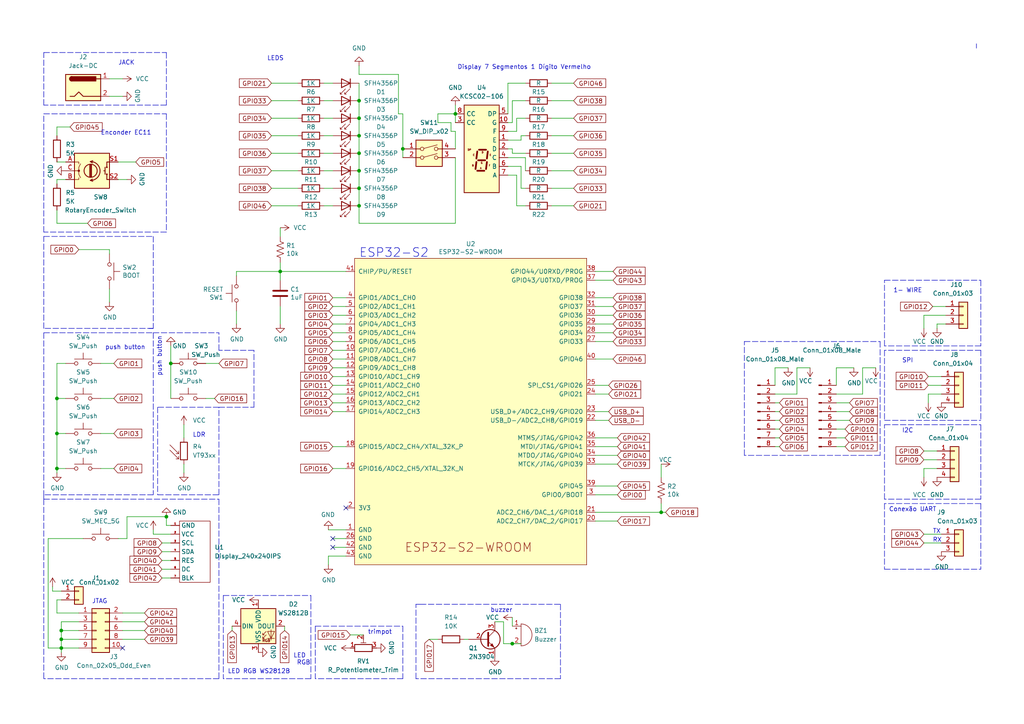
<source format=kicad_sch>
(kicad_sch (version 20211123) (generator eeschema)
  (paper "A4")
  (title_block (title "Kit didático ESP S2 WROOM GRUPO 5") (company "Disciplina: Prototipagem") (comment 1 "Professor: Alexandre Vasconcelos") (comment 2 "Alunos: Lucas Vieira, José Domingos e alexandre Oliveira"))
  (junction (at 17.78 185.42))
  (junction (at 104.14 59.69))
  (junction (at 104.14 29.21))
  (junction (at 81.28 78.74))
  (junction (at 17.78 182.88))
  (junction (at 49.53 105.41))
  (junction (at 16.51 125.73))
  (junction (at 104.14 39.37))
  (junction (at 132.08 33.02))
  (junction (at 191.77 148.59))
  (junction (at 48.26 149.86))
  (junction (at 104.14 49.53))
  (junction (at 116.84 43.18))
  (junction (at 148.59 186.69))
  (junction (at 16.51 135.89))
  (junction (at 104.14 54.61))
  (junction (at 17.78 187.96))
  (junction (at 104.14 34.29))
  (junction (at 16.51 115.57))
  (junction (at 104.14 44.45))
  (no_connect (at 35.56 187.96))
  (no_connect (at 100.33 147.32))
  (no_connect (at 96.52 156.21))
  (no_connect (at 96.52 158.75))
  (wire (pts (xy 269.24 109.22) (xy 273.05 109.22)))
  (wire (pts (xy 151.13 48.26) (xy 151.13 54.61)))
  (wire (pts (xy 16.51 36.83) (xy 20.32 36.83)))
  (wire (pts (xy 17.78 189.23) (xy 17.78 187.96)))
  (wire (pts (xy 22.86 72.39) (xy 31.75 72.39)))
  (wire (pts (xy 104.14 39.37) (xy 104.14 44.45)))
  (wire (pts (xy 36.83 149.86) (xy 48.26 149.86)))
  (wire (pts (xy 224.79 119.38) (xy 226.06 119.38)))
  (polyline (pts (xy 215.9 99.06) (xy 255.27 99.06)))
  (wire (pts (xy 19.05 105.41) (xy 16.51 105.41)))
  (wire (pts (xy 147.32 33.02) (xy 147.32 24.13)))
  (wire (pts (xy 130.81 38.1) (xy 130.81 35.56)))
  (polyline (pts (xy 284.48 81.28) (xy 284.48 100.33)))
  (wire (pts (xy 34.29 52.07) (xy 36.83 52.07)))
  (wire (pts (xy 148.59 35.56) (xy 148.59 29.21)))
  (wire (pts (xy 269.24 111.76) (xy 273.05 111.76)))
  (wire (pts (xy 95.25 161.29) (xy 100.33 161.29)))
  (wire (pts (xy 53.34 134.62) (xy 53.34 137.16)))
  (polyline (pts (xy 12.7 33.02) (xy 48.26 33.02)))
  (wire (pts (xy 104.14 49.53) (xy 104.14 54.61)))
  (wire (pts (xy 93.98 54.61) (xy 96.52 54.61)))
  (wire (pts (xy 93.98 24.13) (xy 96.52 24.13)))
  (polyline (pts (xy 44.45 95.25) (xy 12.7 95.25)))
  (polyline (pts (xy 63.5 118.11) (xy 45.72 118.11)))
  (wire (pts (xy 78.74 54.61) (xy 86.36 54.61)))
  (wire (pts (xy 104.14 29.21) (xy 104.14 34.29)))
  (wire (pts (xy 17.78 185.42) (xy 17.78 182.88)))
  (wire (pts (xy 191.77 148.59) (xy 193.04 148.59)))
  (wire (pts (xy 96.52 111.76) (xy 100.33 111.76)))
  (wire (pts (xy 15.24 171.45) (xy 15.24 170.18)))
  (polyline (pts (xy 255.27 132.08) (xy 215.9 132.08)))
  (wire (pts (xy 146.05 180.34) (xy 146.05 186.69)))
  (polyline (pts (xy 284.48 100.33) (xy 256.54 100.33)))
  (polyline (pts (xy 91.44 181.61) (xy 91.44 196.85)))
  (wire (pts (xy 242.57 129.54) (xy 245.11 129.54)))
  (wire (pts (xy 104.14 44.45) (xy 104.14 49.53)))
  (wire (pts (xy 67.31 182.88) (xy 67.31 181.61)))
  (wire (pts (xy 151.13 39.37) (xy 152.4 39.37)))
  (wire (pts (xy 96.52 156.21) (xy 100.33 156.21)))
  (wire (pts (xy 96.52 135.89) (xy 100.33 135.89)))
  (polyline (pts (xy 12.7 96.52) (xy 12.7 143.51)))
  (wire (pts (xy 33.02 125.73) (xy 29.21 125.73)))
  (wire (pts (xy 224.79 121.92) (xy 226.06 121.92)))
  (wire (pts (xy 191.77 146.05) (xy 191.77 148.59)))
  (wire (pts (xy 46.99 167.64) (xy 49.53 167.64)))
  (wire (pts (xy 267.97 91.44) (xy 267.97 95.25)))
  (wire (pts (xy 16.51 135.89) (xy 19.05 135.89)))
  (wire (pts (xy 147.32 43.18) (xy 148.59 43.18)))
  (wire (pts (xy 130.81 35.56) (xy 127 35.56)))
  (wire (pts (xy 100.33 153.67) (xy 95.25 153.67)))
  (wire (pts (xy 59.69 105.41) (xy 63.5 105.41)))
  (wire (pts (xy 148.59 29.21) (xy 152.4 29.21)))
  (polyline (pts (xy 48.26 33.02) (xy 48.26 67.31)))
  (wire (pts (xy 17.78 180.34) (xy 22.86 180.34)))
  (wire (pts (xy 17.78 187.96) (xy 17.78 185.42)))
  (wire (pts (xy 179.07 143.51) (xy 172.72 143.51)))
  (polyline (pts (xy 63.5 118.11) (xy 73.66 118.11)))
  (wire (pts (xy 172.72 86.36) (xy 177.8 86.36)))
  (wire (pts (xy 172.72 132.08) (xy 179.07 132.08)))
  (wire (pts (xy 31.75 83.82) (xy 31.75 87.63)))
  (wire (pts (xy 172.72 148.59) (xy 191.77 148.59)))
  (wire (pts (xy 59.69 115.57) (xy 62.23 115.57)))
  (wire (pts (xy 53.34 123.19) (xy 53.34 127)))
  (wire (pts (xy 179.07 134.62) (xy 172.72 134.62)))
  (wire (pts (xy 147.32 50.8) (xy 149.86 50.8)))
  (wire (pts (xy 132.08 30.48) (xy 132.08 33.02)))
  (wire (pts (xy 250.19 106.68) (xy 254 106.68)))
  (polyline (pts (xy 63.5 143.51) (xy 63.5 118.11)))
  (polyline (pts (xy 44.45 96.52) (xy 44.45 143.51)))
  (wire (pts (xy 19.05 52.07) (xy 16.51 52.07)))
  (wire (pts (xy 16.51 125.73) (xy 16.51 135.89)))
  (polyline (pts (xy 162.56 196.85) (xy 120.65 196.85)))
  (wire (pts (xy 270.51 88.9) (xy 274.32 88.9)))
  (wire (pts (xy 13.97 156.21) (xy 13.97 187.96)))
  (polyline (pts (xy 120.65 196.85) (xy 120.65 175.26)))
  (polyline (pts (xy 256.54 146.05) (xy 256.54 165.1)))
  (wire (pts (xy 78.74 49.53) (xy 86.36 49.53)))
  (wire (pts (xy 176.53 121.92) (xy 172.72 121.92)))
  (wire (pts (xy 68.58 78.74) (xy 68.58 80.01)))
  (wire (pts (xy 224.79 114.3) (xy 231.14 114.3)))
  (wire (pts (xy 116.84 43.18) (xy 116.84 45.72)))
  (polyline (pts (xy 116.84 196.85) (xy 91.44 196.85)))
  (wire (pts (xy 273.05 154.94) (xy 267.97 154.94)))
  (wire (pts (xy 115.57 33.02) (xy 116.84 33.02)))
  (polyline (pts (xy 45.72 143.51) (xy 63.5 143.51)))
  (wire (pts (xy 148.59 43.18) (xy 148.59 44.45)))
  (wire (pts (xy 242.57 106.68) (xy 247.65 106.68)))
  (wire (pts (xy 224.79 124.46) (xy 226.06 124.46)))
  (wire (pts (xy 242.57 127) (xy 245.11 127)))
  (wire (pts (xy 132.08 38.1) (xy 130.81 38.1)))
  (wire (pts (xy 273.05 157.48) (xy 267.97 157.48)))
  (wire (pts (xy 35.56 180.34) (xy 41.91 180.34)))
  (wire (pts (xy 191.77 134.62) (xy 191.77 138.43)))
  (wire (pts (xy 17.78 187.96) (xy 22.86 187.96)))
  (wire (pts (xy 104.14 64.77) (xy 104.14 59.69)))
  (wire (pts (xy 24.13 156.21) (xy 13.97 156.21)))
  (wire (pts (xy 81.28 66.04) (xy 81.28 68.58)))
  (wire (pts (xy 81.28 76.2) (xy 81.28 78.74)))
  (wire (pts (xy 147.32 35.56) (xy 148.59 35.56)))
  (wire (pts (xy 22.86 177.8) (xy 16.51 177.8)))
  (wire (pts (xy 96.52 96.52) (xy 100.33 96.52)))
  (polyline (pts (xy 120.65 175.26) (xy 121.92 175.26)))
  (wire (pts (xy 81.28 78.74) (xy 81.28 81.28)))
  (wire (pts (xy 104.14 24.13) (xy 104.14 29.21)))
  (wire (pts (xy 160.02 34.29) (xy 166.37 34.29)))
  (wire (pts (xy 160.02 49.53) (xy 166.37 49.53)))
  (wire (pts (xy 96.52 158.75) (xy 100.33 158.75)))
  (wire (pts (xy 224.79 127) (xy 226.06 127)))
  (wire (pts (xy 242.57 121.92) (xy 246.38 121.92)))
  (wire (pts (xy 176.53 114.3) (xy 172.72 114.3)))
  (wire (pts (xy 96.52 109.22) (xy 100.33 109.22)))
  (wire (pts (xy 160.02 24.13) (xy 166.37 24.13)))
  (wire (pts (xy 127 33.02) (xy 132.08 33.02)))
  (wire (pts (xy 134.62 185.42) (xy 135.89 185.42)))
  (polyline (pts (xy 45.72 118.11) (xy 45.72 143.51)))
  (wire (pts (xy 36.83 156.21) (xy 36.83 149.86)))
  (wire (pts (xy 176.53 119.38) (xy 172.72 119.38)))
  (wire (pts (xy 16.51 105.41) (xy 16.51 115.57)))
  (wire (pts (xy 46.99 160.02) (xy 49.53 160.02)))
  (wire (pts (xy 231.14 114.3) (xy 231.14 106.68)))
  (wire (pts (xy 149.86 59.69) (xy 152.4 59.69)))
  (polyline (pts (xy 256.54 121.92) (xy 284.48 121.92)))
  (wire (pts (xy 274.32 91.44) (xy 267.97 91.44)))
  (wire (pts (xy 16.51 173.99) (xy 17.78 173.99)))
  (wire (pts (xy 224.79 129.54) (xy 226.06 129.54)))
  (wire (pts (xy 44.45 154.94) (xy 44.45 153.67)))
  (wire (pts (xy 148.59 44.45) (xy 152.4 44.45)))
  (polyline (pts (xy 256.54 165.1) (xy 284.48 165.1)))
  (polyline (pts (xy 73.66 118.11) (xy 73.66 101.6)))
  (wire (pts (xy 160.02 39.37) (xy 166.37 39.37)))
  (wire (pts (xy 149.86 34.29) (xy 152.4 34.29)))
  (wire (pts (xy 33.02 115.57) (xy 29.21 115.57)))
  (polyline (pts (xy 255.27 99.06) (xy 255.27 132.08)))
  (polyline (pts (xy 48.26 67.31) (xy 12.7 67.31)))
  (polyline (pts (xy 44.45 96.52) (xy 63.5 96.52)))
  (wire (pts (xy 93.98 34.29) (xy 96.52 34.29)))
  (wire (pts (xy 17.78 182.88) (xy 17.78 180.34)))
  (wire (pts (xy 172.72 96.52) (xy 177.8 96.52)))
  (wire (pts (xy 127 35.56) (xy 127 33.02)))
  (wire (pts (xy 149.86 50.8) (xy 149.86 59.69)))
  (wire (pts (xy 271.78 135.89) (xy 267.97 135.89)))
  (polyline (pts (xy 73.66 101.6) (xy 63.5 101.6)))
  (wire (pts (xy 35.56 182.88) (xy 41.91 182.88)))
  (wire (pts (xy 231.14 106.68) (xy 234.95 106.68)))
  (polyline (pts (xy 284.48 146.05) (xy 284.48 165.1)))
  (wire (pts (xy 116.84 33.02) (xy 116.84 43.18)))
  (wire (pts (xy 46.99 157.48) (xy 49.53 157.48)))
  (wire (pts (xy 273.05 114.3) (xy 269.24 114.3)))
  (wire (pts (xy 96.52 106.68) (xy 100.33 106.68)))
  (wire (pts (xy 29.21 135.89) (xy 33.02 135.89)))
  (polyline (pts (xy 256.54 144.78) (xy 256.54 123.19)))
  (wire (pts (xy 17.78 185.42) (xy 22.86 185.42)))
  (polyline (pts (xy 256.54 123.19) (xy 284.48 123.19)))
  (wire (pts (xy 78.74 34.29) (xy 86.36 34.29)))
  (polyline (pts (xy 12.7 144.78) (xy 12.7 196.85)))
  (wire (pts (xy 132.08 45.72) (xy 132.08 64.77)))
  (wire (pts (xy 104.14 19.05) (xy 104.14 21.59)))
  (wire (pts (xy 78.74 59.69) (xy 86.36 59.69)))
  (wire (pts (xy 152.4 45.72) (xy 152.4 49.53)))
  (wire (pts (xy 176.53 111.76) (xy 172.72 111.76)))
  (wire (pts (xy 93.98 49.53) (xy 96.52 49.53)))
  (wire (pts (xy 17.78 171.45) (xy 15.24 171.45)))
  (wire (pts (xy 160.02 29.21) (xy 166.37 29.21)))
  (wire (pts (xy 81.28 88.9) (xy 81.28 93.98)))
  (wire (pts (xy 132.08 64.77) (xy 104.14 64.77)))
  (polyline (pts (xy 48.26 15.24) (xy 48.26 30.48)))
  (wire (pts (xy 31.75 27.94) (xy 35.56 27.94)))
  (wire (pts (xy 49.53 100.33) (xy 49.53 105.41)))
  (polyline (pts (xy 63.5 196.85) (xy 12.7 196.85)))
  (wire (pts (xy 177.8 104.14) (xy 172.72 104.14)))
  (wire (pts (xy 151.13 186.69) (xy 148.59 186.69)))
  (wire (pts (xy 35.56 185.42) (xy 41.91 185.42)))
  (polyline (pts (xy 12.7 15.24) (xy 48.26 15.24)))
  (wire (pts (xy 81.28 78.74) (xy 100.33 78.74)))
  (wire (pts (xy 49.53 154.94) (xy 44.45 154.94)))
  (wire (pts (xy 96.52 86.36) (xy 100.33 86.36)))
  (polyline (pts (xy 64.77 172.72) (xy 90.17 172.72)))
  (wire (pts (xy 13.97 187.96) (xy 17.78 187.96)))
  (polyline (pts (xy 43.18 95.25) (xy 44.45 95.25)))
  (wire (pts (xy 147.32 48.26) (xy 151.13 48.26)))
  (polyline (pts (xy 283.21 12.7) (xy 283.21 13.97)))
  (wire (pts (xy 68.58 90.17) (xy 68.58 93.98)))
  (wire (pts (xy 96.52 91.44) (xy 100.33 91.44)))
  (wire (pts (xy 16.51 177.8) (xy 16.51 173.99)))
  (wire (pts (xy 132.08 33.02) (xy 132.08 35.56)))
  (wire (pts (xy 146.05 180.34) (xy 143.51 180.34)))
  (wire (pts (xy 96.52 129.54) (xy 100.33 129.54)))
  (wire (pts (xy 48.26 152.4) (xy 48.26 149.86)))
  (wire (pts (xy 267.97 135.89) (xy 267.97 138.43)))
  (wire (pts (xy 177.8 93.98) (xy 172.72 93.98)))
  (wire (pts (xy 242.57 124.46) (xy 245.11 124.46)))
  (polyline (pts (xy 162.56 175.26) (xy 162.56 196.85)))
  (polyline (pts (xy 284.48 123.19) (xy 284.48 144.78)))
  (wire (pts (xy 151.13 40.64) (xy 151.13 39.37)))
  (wire (pts (xy 16.51 137.16) (xy 16.51 135.89)))
  (wire (pts (xy 35.56 177.8) (xy 41.91 177.8)))
  (wire (pts (xy 160.02 59.69) (xy 166.37 59.69)))
  (polyline (pts (xy 90.17 196.85) (xy 64.77 196.85)))
  (wire (pts (xy 93.98 44.45) (xy 96.52 44.45)))
  (wire (pts (xy 224.79 111.76) (xy 224.79 106.68)))
  (wire (pts (xy 127 185.42) (xy 124.46 185.42)))
  (wire (pts (xy 95.25 163.83) (xy 95.25 161.29)))
  (wire (pts (xy 269.24 114.3) (xy 269.24 116.84)))
  (polyline (pts (xy 256.54 81.28) (xy 284.48 81.28)))
  (wire (pts (xy 16.51 60.96) (xy 16.51 64.77)))
  (polyline (pts (xy 12.7 67.31) (xy 12.7 33.02)))
  (wire (pts (xy 160.02 54.61) (xy 166.37 54.61)))
  (wire (pts (xy 147.32 38.1) (xy 149.86 38.1)))
  (wire (pts (xy 16.51 36.83) (xy 16.51 39.37)))
  (wire (pts (xy 82.55 181.61) (xy 82.55 182.88)))
  (wire (pts (xy 33.02 105.41) (xy 29.21 105.41)))
  (wire (pts (xy 242.57 116.84) (xy 246.38 116.84)))
  (wire (pts (xy 101.6 184.15) (xy 105.41 184.15)))
  (polyline (pts (xy 90.17 172.72) (xy 90.17 196.85)))
  (polyline (pts (xy 48.26 30.48) (xy 12.7 30.48)))
  (wire (pts (xy 147.32 40.64) (xy 151.13 40.64)))
  (wire (pts (xy 147.32 24.13) (xy 152.4 24.13)))
  (wire (pts (xy 104.14 34.29) (xy 104.14 39.37)))
  (polyline (pts (xy 12.7 95.25) (xy 12.7 68.58)))
  (polyline (pts (xy 284.48 101.6) (xy 284.48 121.92)))
  (wire (pts (xy 96.52 88.9) (xy 100.33 88.9)))
  (wire (pts (xy 242.57 106.68) (xy 242.57 111.76)))
  (wire (pts (xy 172.72 140.97) (xy 179.07 140.97)))
  (wire (pts (xy 151.13 54.61) (xy 152.4 54.61)))
  (wire (pts (xy 267.97 133.35) (xy 271.78 133.35)))
  (wire (pts (xy 78.74 44.45) (xy 86.36 44.45)))
  (wire (pts (xy 104.14 54.61) (xy 104.14 59.69)))
  (polyline (pts (xy 215.9 132.08) (xy 215.9 99.06)))
  (wire (pts (xy 16.51 115.57) (xy 16.51 125.73)))
  (polyline (pts (xy 284.48 146.05) (xy 256.54 146.05)))
  (polyline (pts (xy 12.7 144.78) (xy 63.5 144.78)))
  (polyline (pts (xy 284.48 144.78) (xy 256.54 144.78)))
  (wire (pts (xy 78.74 24.13) (xy 86.36 24.13)))
  (polyline (pts (xy 44.45 68.58) (xy 44.45 95.25)))
  (wire (pts (xy 31.75 22.86) (xy 35.56 22.86)))
  (wire (pts (xy 146.05 186.69) (xy 148.59 186.69)))
  (wire (pts (xy 96.52 114.3) (xy 100.33 114.3)))
  (wire (pts (xy 16.51 46.99) (xy 19.05 46.99)))
  (wire (pts (xy 96.52 119.38) (xy 100.33 119.38)))
  (polyline (pts (xy 12.7 30.48) (xy 12.7 15.24)))
  (wire (pts (xy 172.72 129.54) (xy 179.07 129.54)))
  (wire (pts (xy 177.8 88.9) (xy 172.72 88.9)))
  (wire (pts (xy 96.52 99.06) (xy 100.33 99.06)))
  (wire (pts (xy 96.52 101.6) (xy 100.33 101.6)))
  (wire (pts (xy 271.78 93.98) (xy 271.78 95.25)))
  (wire (pts (xy 172.72 81.28) (xy 177.8 81.28)))
  (wire (pts (xy 34.29 156.21) (xy 36.83 156.21)))
  (wire (pts (xy 81.28 78.74) (xy 68.58 78.74)))
  (polyline (pts (xy 63.5 101.6) (xy 63.5 96.52)))
  (wire (pts (xy 16.51 52.07) (xy 16.51 53.34)))
  (wire (pts (xy 250.19 106.68) (xy 250.19 114.3)))
  (wire (pts (xy 179.07 127) (xy 172.72 127)))
  (polyline (pts (xy 12.7 143.51) (xy 12.7 144.78)))
  (wire (pts (xy 104.14 21.59) (xy 115.57 21.59)))
  (wire (pts (xy 46.99 162.56) (xy 49.53 162.56)))
  (wire (pts (xy 147.32 45.72) (xy 152.4 45.72)))
  (polyline (pts (xy 12.7 68.58) (xy 44.45 68.58)))
  (wire (pts (xy 49.53 105.41) (xy 49.53 115.57)))
  (wire (pts (xy 46.99 165.1) (xy 49.53 165.1)))
  (polyline (pts (xy 44.45 143.51) (xy 12.7 143.51)))
  (polyline (pts (xy 63.5 144.78) (xy 63.5 196.85)))
  (polyline (pts (xy 91.44 181.61) (xy 116.84 181.61)))
  (polyline (pts (xy 64.77 172.72) (xy 64.77 196.85)))
  (wire (pts (xy 115.57 21.59) (xy 115.57 33.02)))
  (wire (pts (xy 160.02 44.45) (xy 166.37 44.45)))
  (wire (pts (xy 93.98 59.69) (xy 96.52 59.69)))
  (polyline (pts (xy 116.84 181.61) (xy 116.84 196.85)))
  (wire (pts (xy 19.05 115.57) (xy 16.51 115.57)))
  (wire (pts (xy 274.32 93.98) (xy 271.78 93.98)))
  (polyline (pts (xy 121.92 175.26) (xy 162.56 175.26)))
  (wire (pts (xy 31.75 72.39) (xy 31.75 73.66)))
  (wire (pts (xy 16.51 64.77) (xy 25.4 64.77)))
  (wire (pts (xy 78.74 39.37) (xy 86.36 39.37)))
  (wire (pts (xy 49.53 152.4) (xy 48.26 152.4)))
  (wire (pts (xy 19.05 125.73) (xy 16.51 125.73)))
  (wire (pts (xy 224.79 106.68) (xy 228.6 106.68)))
  (wire (pts (xy 93.98 29.21) (xy 96.52 29.21)))
  (wire (pts (xy 149.86 38.1) (xy 149.86 34.29)))
  (wire (pts (xy 17.78 182.88) (xy 22.86 182.88)))
  (wire (pts (xy 179.07 151.13) (xy 172.72 151.13)))
  (wire (pts (xy 96.52 93.98) (xy 100.33 93.98)))
  (wire (pts (xy 177.8 99.06) (xy 172.72 99.06)))
  (wire (pts (xy 132.08 43.18) (xy 132.08 38.1)))
  (wire (pts (xy 93.98 39.37) (xy 96.52 39.37)))
  (wire (pts (xy 96.52 116.84) (xy 100.33 116.84)))
  (wire (pts (xy 224.79 116.84) (xy 226.06 116.84)))
  (wire (pts (xy 172.72 91.44) (xy 177.8 91.44)))
  (wire (pts (xy 242.57 119.38) (xy 246.38 119.38)))
  (wire (pts (xy 242.57 114.3) (xy 250.19 114.3)))
  (polyline (pts (xy 284.48 101.6) (xy 256.54 101.6)))
  (wire (pts (xy 34.29 46.99) (xy 39.37 46.99)))
  (polyline (pts (xy 256.54 101.6) (xy 256.54 121.92)))
  (wire (pts (xy 148.59 181.61) (xy 148.59 179.07)))
  (wire (pts (xy 172.72 78.74) (xy 177.8 78.74)))
  (wire (pts (xy 267.97 130.81) (xy 271.78 130.81)))
  (polyline (pts (xy 12.7 96.52) (xy 44.45 96.52)))
  (wire (pts (xy 96.52 104.14) (xy 100.33 104.14)))
  (wire (pts (xy 78.74 29.21) (xy 86.36 29.21)))
  (polyline (pts (xy 256.54 100.33) (xy 256.54 81.28)))
  (text "ESP32-S2" (at 104.14 74.93 0) (effects (font (size 2.54 2.54)) (justify left bottom)))
  (text "Conexão UART" (at 257.81 148.59 0) (effects (font (size 1.27 1.27)) (justify left bottom)))
  (text "push button\n" (at 30.48 101.6 0) (effects (font (size 1.27 1.27)) (justify left bottom)))
  (text "I2C" (at 261.62 125.73 0) (effects (font (size 1.27 1.27)) (justify left bottom)))
  (text "JTAG\n" (at 26.67 175.26 0) (effects (font (size 1.27 1.27)) (justify left bottom)))
  (text "buzzer" (at 142.24 177.8 0) (effects (font (size 1.27 1.27)) (justify left bottom)))
  (text "Enconder EC11" (at 29.21 39.37 0) (effects (font (size 1.27 1.27)) (justify left bottom)))
  (text "LED RGB WS2812B" (at 66.04 195.58 0) (effects (font (size 1.27 1.27)) (justify left bottom)))
  (text "Display 7 Segmentos 1 Dígito Vermelho" (at 171.45 20.32 180) (effects (font (size 1.27 1.27)) (justify right bottom)))
  (text "JACK" (at 34.29 19.05 0) (effects (font (size 1.27 1.27)) (justify left bottom)))
  (text "SPI" (at 261.62 105.41 0) (effects (font (size 1.27 1.27)) (justify left bottom)))
  (text "LED\n RGB\n" (at 85.09 193.04 0) (effects (font (size 1.27 1.27)) (justify left bottom)))
  (text "push button\n" (at 46.99 109.22 90) (effects (font (size 1.27 1.27)) (justify left bottom)))
  (text "TX" (at 270.51 154.94 0) (effects (font (size 1.27 1.27)) (justify left bottom)))
  (text "LEDS\n" (at 77.47 17.78 0) (effects (font (size 1.27 1.27)) (justify left bottom)))
  (text "RX" (at 270.51 157.48 0) (effects (font (size 1.27 1.27)) (justify left bottom)))
  (text "1- WIRE" (at 259.08 85.09 0) (effects (font (size 1.27 1.27)) (justify left bottom)))
  (text "trimpot" (at 106.68 184.15 0) (effects (font (size 1.27 1.27)) (justify left bottom)))
  (text "LDR " (at 55.88 127 0) (effects (font (size 1.27 1.27)) (justify left bottom)))
  (global_label "GPIO40" (shape input) (at 41.91 182.88 0) (property "Intersheet References" "${INTERSHEET_REFS}" (effects hide)))
  (global_label "GPIO43" (shape input) (at 177.8 81.28 0) (property "Intersheet References" "${INTERSHEET_REFS}" (effects hide)))
  (global_label "GPIO38" (shape input) (at 78.74 54.61 180) (property "Intersheet References" "${INTERSHEET_REFS}" (effects hide)))
  (global_label "GPIO17" (shape input) (at 179.07 151.13 0) (property "Intersheet References" "${INTERSHEET_REFS}" (effects hide)))
  (global_label "GPIO9" (shape input) (at 246.38 121.92 0) (property "Intersheet References" "${INTERSHEET_REFS}" (effects hide)))
  (global_label "GPIO42" (shape input) (at 46.99 167.64 180) (property "Intersheet References" "${INTERSHEET_REFS}" (effects hide)))
  (global_label "GPIO12" (shape input) (at 245.11 129.54 0) (property "Intersheet References" "${INTERSHEET_REFS}" (effects hide)))
  (global_label "GPIO42" (shape input) (at 41.91 177.8 0) (property "Intersheet References" "${INTERSHEET_REFS}" (effects hide)))
  (global_label "GPIO2" (shape input) (at 33.02 115.57 0) (property "Intersheet References" "${INTERSHEET_REFS}" (effects hide)))
  (global_label "GPIO38" (shape input) (at 166.37 29.21 0) (property "Intersheet References" "${INTERSHEET_REFS}" (effects hide)))
  (global_label "GPIO4" (shape input) (at 226.06 124.46 0) (property "Intersheet References" "${INTERSHEET_REFS}" (effects hide)))
  (global_label "GPIO44" (shape input) (at 177.8 78.74 0) (property "Intersheet References" "${INTERSHEET_REFS}" (effects hide)))
  (global_label "GPIO16" (shape input) (at 96.52 135.89 180) (property "Intersheet References" "${INTERSHEET_REFS}" (effects hide)))
  (global_label "GPIO34" (shape input) (at 166.37 49.53 0) (property "Intersheet References" "${INTERSHEET_REFS}" (effects hide)))
  (global_label "GPIO40" (shape input) (at 179.07 132.08 0) (property "Intersheet References" "${INTERSHEET_REFS}" (effects hide)))
  (global_label "GPIO5" (shape input) (at 39.37 46.99 0) (property "Intersheet References" "${INTERSHEET_REFS}" (effects hide)))
  (global_label "GPIO4" (shape input) (at 96.52 93.98 180) (property "Intersheet References" "${INTERSHEET_REFS}" (effects hide)))
  (global_label "GPIO41" (shape input) (at 41.91 180.34 0) (property "Intersheet References" "${INTERSHEET_REFS}" (effects hide)))
  (global_label "GPIO1" (shape input) (at 226.06 116.84 0) (property "Intersheet References" "${INTERSHEET_REFS}" (effects hide)))
  (global_label "GPIO18" (shape input) (at 193.04 148.59 0) (property "Intersheet References" "${INTERSHEET_REFS}" (effects hide)))
  (global_label "GPIO36" (shape input) (at 78.74 44.45 180) (property "Intersheet References" "${INTERSHEET_REFS}" (effects hide)))
  (global_label "GPIO33" (shape input) (at 177.8 99.06 0) (property "Intersheet References" "${INTERSHEET_REFS}" (effects hide)))
  (global_label "GPIO37" (shape input) (at 78.74 49.53 180) (property "Intersheet References" "${INTERSHEET_REFS}" (effects hide)))
  (global_label "GPIO33" (shape input) (at 166.37 54.61 0) (property "Intersheet References" "${INTERSHEET_REFS}" (effects hide)))
  (global_label "GPIO3" (shape input) (at 226.06 121.92 0) (property "Intersheet References" "${INTERSHEET_REFS}" (effects hide)))
  (global_label "GPIO6" (shape input) (at 25.4 64.77 0) (property "Intersheet References" "${INTERSHEET_REFS}" (effects hide)))
  (global_label "GPIO37" (shape input) (at 166.37 34.29 0) (property "Intersheet References" "${INTERSHEET_REFS}" (effects hide)))
  (global_label "GPIO9" (shape input) (at 267.97 133.35 180) (property "Intersheet References" "${INTERSHEET_REFS}" (effects hide)))
  (global_label "GPIO39" (shape input) (at 41.91 185.42 0) (property "Intersheet References" "${INTERSHEET_REFS}" (effects hide)))
  (global_label "GPIO40" (shape input) (at 46.99 162.56 180) (property "Intersheet References" "${INTERSHEET_REFS}" (effects hide)))
  (global_label "GPIO14" (shape input) (at 82.55 182.88 270) (property "Intersheet References" "${INTERSHEET_REFS}" (effects hide)))
  (global_label "GPIO46" (shape input) (at 177.8 104.14 0) (property "Intersheet References" "${INTERSHEET_REFS}" (effects hide)))
  (global_label "GPIO34" (shape input) (at 177.8 96.52 0) (property "Intersheet References" "${INTERSHEET_REFS}" (effects hide)))
  (global_label "GPIO13" (shape input) (at 96.52 116.84 180) (property "Intersheet References" "${INTERSHEET_REFS}" (effects hide)))
  (global_label "GPIO0" (shape input) (at 179.07 143.51 0) (property "Intersheet References" "${INTERSHEET_REFS}" (effects hide)))
  (global_label "GPIO6" (shape input) (at 96.52 99.06 180) (property "Intersheet References" "${INTERSHEET_REFS}" (effects hide)))
  (global_label "GPIO11" (shape input) (at 245.11 127 0) (property "Intersheet References" "${INTERSHEET_REFS}" (effects hide)))
  (global_label "GPIO15" (shape input) (at 96.52 129.54 180) (property "Intersheet References" "${INTERSHEET_REFS}" (effects hide)))
  (global_label "GPIO1" (shape input) (at 33.02 105.41 0) (property "Intersheet References" "${INTERSHEET_REFS}" (effects hide)))
  (global_label "GPIO7" (shape input) (at 63.5 105.41 0) (property "Intersheet References" "${INTERSHEET_REFS}" (effects hide)))
  (global_label "GPIO10" (shape input) (at 269.24 109.22 180) (property "Intersheet References" "${INTERSHEET_REFS}" (effects hide)))
  (global_label "GPIO2" (shape input) (at 226.06 119.38 0) (property "Intersheet References" "${INTERSHEET_REFS}" (effects hide)))
  (global_label "GPIO8" (shape input) (at 46.99 157.48 180) (property "Intersheet References" "${INTERSHEET_REFS}" (effects hide)))
  (global_label "USB_D-" (shape input) (at 176.53 121.92 0) (property "Intersheet References" "${INTERSHEET_REFS}" (effects hide)))
  (global_label "GPIO46" (shape input) (at 166.37 24.13 0) (property "Intersheet References" "${INTERSHEET_REFS}" (effects hide)))
  (global_label "GPIO12" (shape input) (at 96.52 114.3 180) (property "Intersheet References" "${INTERSHEET_REFS}" (effects hide)))
  (global_label "GPIO6" (shape input) (at 226.06 129.54 0) (property "Intersheet References" "${INTERSHEET_REFS}" (effects hide)))
  (global_label "GPIO44" (shape input) (at 267.97 157.48 180) (property "Intersheet References" "${INTERSHEET_REFS}" (effects hide)))
  (global_label "GPIO41" (shape input) (at 179.07 129.54 0) (property "Intersheet References" "${INTERSHEET_REFS}" (effects hide)))
  (global_label "GPIO37" (shape input) (at 177.8 88.9 0) (property "Intersheet References" "${INTERSHEET_REFS}" (effects hide)))
  (global_label "GPIO13" (shape input) (at 67.31 182.88 270) (property "Intersheet References" "${INTERSHEET_REFS}" (effects hide)))
  (global_label "GPIO35" (shape input) (at 177.8 93.98 0) (property "Intersheet References" "${INTERSHEET_REFS}" (effects hide)))
  (global_label "GPIO36" (shape input) (at 177.8 91.44 0) (property "Intersheet References" "${INTERSHEET_REFS}" (effects hide)))
  (global_label "GPIO15" (shape input) (at 101.6 184.15 180) (property "Intersheet References" "${INTERSHEET_REFS}" (effects hide)))
  (global_label "GPIO35" (shape input) (at 166.37 44.45 0) (property "Intersheet References" "${INTERSHEET_REFS}" (effects hide)))
  (global_label "GPIO4" (shape input) (at 33.02 135.89 0) (property "Intersheet References" "${INTERSHEET_REFS}" (effects hide)))
  (global_label "GPIO11" (shape input) (at 269.24 111.76 180) (property "Intersheet References" "${INTERSHEET_REFS}" (effects hide)))
  (global_label "GPIO1" (shape input) (at 96.52 86.36 180) (property "Intersheet References" "${INTERSHEET_REFS}" (effects hide)))
  (global_label "GPIO10" (shape input) (at 245.11 124.46 0) (property "Intersheet References" "${INTERSHEET_REFS}" (effects hide)))
  (global_label "GPIO42" (shape input) (at 179.07 127 0) (property "Intersheet References" "${INTERSHEET_REFS}" (effects hide)))
  (global_label "GPIO8" (shape input) (at 267.97 130.81 180) (property "Intersheet References" "${INTERSHEET_REFS}" (effects hide)))
  (global_label "GPIO3" (shape input) (at 96.52 91.44 180) (property "Intersheet References" "${INTERSHEET_REFS}" (effects hide)))
  (global_label "USB_D+" (shape input) (at 176.53 119.38 0) (property "Intersheet References" "${INTERSHEET_REFS}" (effects hide)))
  (global_label "GPIO9" (shape input) (at 46.99 160.02 180) (property "Intersheet References" "${INTERSHEET_REFS}" (effects hide)))
  (global_label "GPIO43" (shape input) (at 267.97 154.94 180) (property "Intersheet References" "${INTERSHEET_REFS}" (effects hide)))
  (global_label "GPIO33" (shape input) (at 78.74 29.21 180) (property "Intersheet References" "${INTERSHEET_REFS}" (effects hide)))
  (global_label "GPIO10" (shape input) (at 96.52 109.22 180) (property "Intersheet References" "${INTERSHEET_REFS}" (effects hide)))
  (global_label "GPIO8" (shape input) (at 96.52 104.14 180) (property "Intersheet References" "${INTERSHEET_REFS}" (effects hide)))
  (global_label "GPIO7" (shape input) (at 96.52 101.6 180) (property "Intersheet References" "${INTERSHEET_REFS}" (effects hide)))
  (global_label "GPIO35" (shape input) (at 78.74 39.37 180) (property "Intersheet References" "${INTERSHEET_REFS}" (effects hide)))
  (global_label "GPIO5" (shape input) (at 96.52 96.52 180) (property "Intersheet References" "${INTERSHEET_REFS}" (effects hide)))
  (global_label "GPIO45" (shape input) (at 20.32 36.83 0) (property "Intersheet References" "${INTERSHEET_REFS}" (effects hide)))
  (global_label "GPIO38" (shape input) (at 177.8 86.36 0) (property "Intersheet References" "${INTERSHEET_REFS}" (effects hide)))
  (global_label "GPIO34" (shape input) (at 78.74 34.29 180) (property "Intersheet References" "${INTERSHEET_REFS}" (effects hide)))
  (global_label "GPIO21" (shape input) (at 166.37 59.69 0) (property "Intersheet References" "${INTERSHEET_REFS}" (effects hide)))
  (global_label "GPIO7" (shape input) (at 246.38 116.84 0) (property "Intersheet References" "${INTERSHEET_REFS}" (effects hide)))
  (global_label "GPIO8" (shape input) (at 246.38 119.38 0) (property "Intersheet References" "${INTERSHEET_REFS}" (effects hide)))
  (global_label "GPIO5" (shape input) (at 226.06 127 0) (property "Intersheet References" "${INTERSHEET_REFS}" (effects hide)))
  (global_label "GPIO36" (shape input) (at 166.37 39.37 0) (property "Intersheet References" "${INTERSHEET_REFS}" (effects hide)))
  (global_label "GPIO46" (shape input) (at 78.74 59.69 180) (property "Intersheet References" "${INTERSHEET_REFS}" (effects hide)))
  (global_label "GPIO3" (shape input) (at 33.02 125.73 0) (property "Intersheet References" "${INTERSHEET_REFS}" (effects hide)))
  (global_label "GPIO9" (shape input) (at 96.52 106.68 180) (property "Intersheet References" "${INTERSHEET_REFS}" (effects hide)))
  (global_label "GPIO14" (shape input) (at 96.52 119.38 180) (property "Intersheet References" "${INTERSHEET_REFS}" (effects hide)))
  (global_label "GPIO12" (shape input) (at 270.51 88.9 180) (property "Intersheet References" "${INTERSHEET_REFS}" (effects hide)))
  (global_label "GPIO11" (shape input) (at 96.52 111.76 180) (property "Intersheet References" "${INTERSHEET_REFS}" (effects hide)))
  (global_label "GPIO41" (shape input) (at 46.99 165.1 180) (property "Intersheet References" "${INTERSHEET_REFS}" (effects hide)))
  (global_label "GPIO16" (shape input) (at 62.23 115.57 0) (property "Intersheet References" "${INTERSHEET_REFS}" (effects hide)))
  (global_label "GPIO45" (shape input) (at 179.07 140.97 0) (property "Intersheet References" "${INTERSHEET_REFS}" (effects hide)))
  (global_label "GPIO2" (shape input) (at 96.52 88.9 180) (property "Intersheet References" "${INTERSHEET_REFS}" (effects hide)))
  (global_label "GPIO0" (shape input) (at 22.86 72.39 180) (property "Intersheet References" "${INTERSHEET_REFS}" (effects hide)))
  (global_label "GPIO21" (shape input) (at 78.74 24.13 180) (property "Intersheet References" "${INTERSHEET_REFS}" (effects hide)))
  (global_label "GPIO21" (shape input) (at 176.53 114.3 0) (property "Intersheet References" "${INTERSHEET_REFS}" (effects hide)))
  (global_label "GPIO17" (shape input) (at 124.46 185.42 270) (property "Intersheet References" "${INTERSHEET_REFS}" (effects hide)))
  (global_label "GPIO26" (shape input) (at 176.53 111.76 0) (property "Intersheet References" "${INTERSHEET_REFS}" (effects hide)))
  (global_label "GPIO39" (shape input) (at 179.07 134.62 0) (property "Intersheet References" "${INTERSHEET_REFS}" (effects hide)))
  (symbol (lib_id "Switch:SW_Push") (at 31.75 78.74 270) (unit 1)
    (property "Reference" "SW2" (at 35.5092 77.5716 90) (effects (justify left)))
    (property "Value" "BOOT" (at 35.5092 79.883 90) (effects (justify left)))
    (property "Footprint" "Button_Switch_SMD:SW_SPST_PTS645" (effects hide))
  )
  (symbol (lib_id "Switch:SW_Push") (at 24.13 135.89 0) (unit 1)
    (property "Reference" "SW7" (at 24.13 128.27 0))
    (property "Value" "SW_Push" (at 24.13 130.81 0))
    (property "Footprint" "Button_Switch_THT:SW_PUSH_6mm" (effects hide))
  )
  (symbol (lib_id "Franzininho-WIFI-rescue:ESP32-S2-WROOM-Espressif") (at 135.89 119.38 0) (unit 1)
    (property "Reference" "U2" (at 136.525 70.739 0))
    (property "Value" "ESP32-S2-WROOM" (at 136.525 73.0504 0))
    (property "Footprint" "franz:FRANZININHO" (effects hide))
    (property "Datasheet" "https://www.espressif.com/sites/default/files/documentation/esp32-s2-wroom_esp32-s2-wroom-i_datasheet_en.pdf" (effects hide))
  )
  (symbol (lib_id "Device:R") (at 90.17 24.13 90) (unit 1)
    (property "Reference" "R6" (at 90.17 26.67 90))
    (property "Value" "1K" (at 90.17 24.13 90))
    (property "Footprint" "Resistor_THT:R_Axial_DIN0204_L3.6mm_D1.6mm_P5.08mm_Horizontal" (effects hide))
  )
  (symbol (lib_id "power:GND") (at 271.78 95.25 0) (unit 1)
    (property "Reference" "#PWR033" (effects hide))
    (property "Value" "GND" (at 271.78 99.06 0))
  )
  (symbol (lib_id "Transistor_BJT:2N3904") (at 140.97 185.42 0) (unit 1)
    (property "Reference" "Q1" (at 135.89 187.96 0) (effects (justify left)))
    (property "Value" "2N3904" (at 135.89 190.5 0) (effects (justify left)))
    (property "Footprint" "Package_TO_SOT_THT:TO-92_Inline" (effects hide))
    (property "Datasheet" "https://www.onsemi.com/pub/Collateral/2N3903-D.PDF" (effects hide))
  )
  (symbol (lib_id "power:GND") (at 68.58 93.98 0) (unit 1)
    (property "Reference" "#PWR0106" (effects hide))
    (property "Value" "GND" (at 68.707 98.3742 0))
  )
  (symbol (lib_id "Connector_Generic:Conn_01x04") (at 276.86 133.35 0) (unit 1)
    (property "Reference" "J7" (at 274.32 124.46 0) (effects (justify left)))
    (property "Value" "Conn_01x04" (at 269.24 127 0) (effects (justify left)))
    (property "Footprint" "Connector_PinHeader_2.54mm:PinHeader_1x04_P2.54mm_Vertical" (effects hide))
  )
  (symbol (lib_id "Device:R") (at 156.21 34.29 90) (unit 1)
    (property "Reference" "R17" (at 156.21 36.83 90))
    (property "Value" "R" (at 156.21 34.29 90))
    (property "Footprint" "Resistor_THT:R_Axial_DIN0204_L3.6mm_D1.6mm_P5.08mm_Horizontal" (effects hide))
  )
  (symbol (lib_id "Switch:SW_Push") (at 54.61 115.57 0) (unit 1)
    (property "Reference" "SW10" (at 54.61 107.95 0))
    (property "Value" "SW_Push" (at 54.61 110.49 0))
    (property "Footprint" "Button_Switch_THT:SW_PUSH_6mm" (effects hide))
  )
  (symbol (lib_id "Connector_Generic:Conn_01x04") (at 278.13 111.76 0) (unit 1)
    (property "Reference" "J8" (at 275.59 102.87 0) (effects (justify left)))
    (property "Value" "Conn_01x04" (at 270.51 105.41 0) (effects (justify left)))
    (property "Footprint" "Connector_PinHeader_2.54mm:PinHeader_1x04_P2.54mm_Vertical" (effects hide))
  )
  (symbol (lib_id "Switch:SW_Push") (at 54.61 105.41 0) (unit 1)
    (property "Reference" "SW3" (at 58.42 100.33 0))
    (property "Value" "SW_Push" (at 59.69 102.87 0))
    (property "Footprint" "Button_Switch_THT:SW_PUSH_6mm" (effects hide))
  )
  (symbol (lib_id "Connector_Generic:Conn_01x02") (at 22.86 171.45 0) (unit 1)
    (property "Reference" "J1" (at 26.67 167.64 0) (effects (justify left)))
    (property "Value" "Conn_01x02" (at 22.86 168.91 0) (effects (justify left)))
    (property "Footprint" "Connector_PinHeader_2.54mm:PinHeader_1x02_P2.54mm_Vertical" (effects hide))
  )
  (symbol (lib_id "Device:R") (at 156.21 29.21 90) (unit 1)
    (property "Reference" "R16" (at 156.21 31.75 90))
    (property "Value" "R" (at 156.21 29.21 90))
    (property "Footprint" "Resistor_THT:R_Axial_DIN0204_L3.6mm_D1.6mm_P5.08mm_Horizontal" (effects hide))
  )
  (symbol (lib_id "Device:R") (at 90.17 49.53 90) (unit 1)
    (property "Reference" "R11" (at 90.17 52.07 90))
    (property "Value" "1K" (at 90.17 49.53 90))
    (property "Footprint" "Resistor_THT:R_Axial_DIN0204_L3.6mm_D1.6mm_P5.08mm_Horizontal" (effects hide))
  )
  (symbol (lib_id "Switch:SW_Push") (at 24.13 115.57 0) (unit 1)
    (property "Reference" "SW5" (at 24.13 107.95 0))
    (property "Value" "SW_Push" (at 24.13 110.49 0))
    (property "Footprint" "Button_Switch_THT:SW_PUSH_6mm" (effects hide))
  )
  (symbol (lib_id "power:GND") (at 273.05 116.84 0) (unit 1)
    (property "Reference" "#PWR035" (effects hide))
    (property "Value" "GND" (at 273.05 120.65 0))
  )
  (symbol (lib_id "power:VCC") (at 269.24 116.84 180) (unit 1)
    (property "Reference" "#PWR032" (effects hide))
    (property "Value" "VCC" (at 267.97 120.65 0))
  )
  (symbol (lib_id "Device:R_US") (at 191.77 142.24 0) (unit 1)
    (property "Reference" "R2" (at 193.4972 141.0716 0) (effects (justify left)))
    (property "Value" "10k" (at 193.4972 143.383 0) (effects (justify left)))
    (property "Footprint" "Resistor_SMD:R_0603_1608Metric" (effects hide))
    (property "PN" "0603WAF1002T5E" (effects hide))
    (property "LCSC" "C25804" (effects hide))
  )
  (symbol (lib_id "power:GND") (at 36.83 52.07 90) (unit 1)
    (property "Reference" "#PWR0108" (effects hide))
    (property "Value" "GND" (at 41.2242 51.943 0))
  )
  (symbol (lib_id "power:VCC") (at 234.95 106.68 180) (unit 1)
    (property "Reference" "#PWR026" (effects hide))
    (property "Value" "VCC" (at 233.68 110.49 0))
  )
  (symbol (lib_id "Switch:SW_DIP_x02") (at 124.46 45.72 0) (unit 1)
    (property "Reference" "SW11" (at 124.46 35.56 0))
    (property "Value" "SW_DIP_x02" (at 124.46 38.1 0))
    (property "Footprint" "dipSw:dipSwitch" (effects hide))
  )
  (symbol (lib_id "display240:Display_240x240IPS") (at 57.15 144.78 0) (unit 1)
    (property "Reference" "U1" (at 62.23 158.7499 0) (effects (justify left)))
    (property "Value" "Display_240x240IPS" (at 62.23 161.2899 0) (effects (justify left)))
    (property "Footprint" "projetoPrototipagem:Display 240x240" (effects hide))
  )
  (symbol (lib_id "Device:C") (at 81.28 85.09 0) (unit 1)
    (property "Reference" "C1" (at 84.201 83.9216 0) (effects (justify left)))
    (property "Value" "1uF" (at 84.201 86.233 0) (effects (justify left)))
    (property "Footprint" "Capacitor_SMD:C_0603_1608Metric" (effects hide))
    (property "Datasheet" "https://datasheet.lcsc.com/szlcsc/Samsung-Electro-Mechanics-CL10A105KB8NNNC_C15849.pdf" (effects hide))
    (property "PN" "CL10A105KB8NNNC" (effects hide))
    (property "LCSC" "C15849" (effects hide))
  )
  (symbol (lib_id "Device:R_Potentiometer_Trim") (at 105.41 187.96 90) (unit 1)
    (property "Reference" "RV1" (at 105.41 191.77 90))
    (property "Value" "R_Potentiometer_Trim" (at 105.41 194.31 90))
    (property "Footprint" "Potentiometer_THT:Potentiometer_ACP_CA9-H5_Horizontal" (effects hide))
  )
  (symbol (lib_id "power:GND") (at 35.56 27.94 90) (unit 1)
    (property "Reference" "#PWR08" (effects hide))
    (property "Value" "GND" (at 39.9542 27.813 0))
  )
  (symbol (lib_id "power:GND") (at 48.26 149.86 180) (unit 1)
    (property "Reference" "#PWR010" (effects hide))
    (property "Value" "GND" (at 52.07 148.59 0))
  )
  (symbol (lib_id "Switch:SW_MEC_5G") (at 29.21 156.21 0) (unit 1)
    (property "Reference" "SW9" (at 29.21 148.59 0))
    (property "Value" "SW_MEC_5G" (at 29.21 151.13 0))
    (property "Footprint" "Button_Switch_THT:SW_PUSH_6mm" (effects hide))
    (property "Datasheet" "http://www.apem.com/int/index.php?controller=attachment&id_attachment=488" (effects hide))
  )
  (symbol (lib_id "LED:SFH4356P") (at 99.06 34.29 180) (unit 1)
    (property "Reference" "D4" (at 110.49 36.83 0))
    (property "Value" "SFH4356P" (at 110.49 34.29 0))
    (property "Footprint" "LED_THT:LED_D3.0mm_IRBlack" (effects hide))
    (property "Datasheet" "http://www.osram-os.com/Graphics/XPic5/00181708_0.pdf" (effects hide))
  )
  (symbol (lib_id "Device:R") (at 130.81 185.42 90) (unit 1)
    (property "Reference" "R14" (at 130.81 179.07 90))
    (property "Value" "10K" (at 130.81 181.61 90))
    (property "Footprint" "Resistor_THT:R_Axial_DIN0204_L3.6mm_D1.6mm_P5.08mm_Horizontal" (effects hide))
  )
  (symbol (lib_id "Device:R") (at 90.17 34.29 90) (unit 1)
    (property "Reference" "R8" (at 90.17 36.83 90))
    (property "Value" "1K" (at 90.17 34.29 90))
    (property "Footprint" "Resistor_THT:R_Axial_DIN0204_L3.6mm_D1.6mm_P5.08mm_Horizontal" (effects hide))
  )
  (symbol (lib_id "power:VCC") (at 101.6 187.96 90) (unit 1)
    (property "Reference" "#PWR016" (effects hide))
    (property "Value" "VCC" (at 97.79 187.9599 90) (effects (justify left)))
  )
  (symbol (lib_id "power:GND") (at 17.78 189.23 0) (unit 1)
    (property "Reference" "#PWR05" (effects hide))
    (property "Value" "GND" (at 17.907 193.6242 0))
  )
  (symbol (lib_id "LED:SFH4356P") (at 99.06 54.61 180) (unit 1)
    (property "Reference" "D8" (at 110.49 57.15 0))
    (property "Value" "SFH4356P" (at 110.49 54.61 0))
    (property "Footprint" "LED_THT:LED_D3.0mm_IRBlack" (effects hide))
    (property "Datasheet" "http://www.osram-os.com/Graphics/XPic5/00181708_0.pdf" (effects hide))
  )
  (symbol (lib_id "power:GND") (at 16.51 137.16 0) (unit 1)
    (property "Reference" "#PWR04" (effects hide))
    (property "Value" "GND" (at 16.637 141.5542 0))
  )
  (symbol (lib_id "power:GND") (at 271.78 138.43 0) (unit 1)
    (property "Reference" "#PWR034" (effects hide))
    (property "Value" "GND" (at 271.78 143.51 0))
  )
  (symbol (lib_id "power:GND") (at 247.65 106.68 0) (unit 1)
    (property "Reference" "#PWR027" (effects hide))
    (property "Value" "GND" (at 247.777 111.0742 0))
  )
  (symbol (lib_id "Device:RotaryEncoder_Switch") (at 26.67 49.53 0) (unit 1)
    (property "Reference" "SW8" (at 29.21 57.15 0))
    (property "Value" "RotaryEncoder_Switch" (at 29.21 60.96 0))
    (property "Footprint" "Rotary_Encoder:RotaryEncoder_Alps_EC11E-Switch_Vertical_H20mm" (effects hide))
  )
  (symbol (lib_id "power:GND") (at 49.53 100.33 180) (unit 1)
    (property "Reference" "#PWR011" (effects hide))
    (property "Value" "GND" (at 52.07 100.33 0))
  )
  (symbol (lib_id "Device:R") (at 90.17 54.61 90) (unit 1)
    (property "Reference" "R12" (at 90.17 57.15 90))
    (property "Value" "1K" (at 90.17 54.61 90))
    (property "Footprint" "Resistor_THT:R_Axial_DIN0204_L3.6mm_D1.6mm_P5.08mm_Horizontal" (effects hide))
  )
  (symbol (lib_id "power:GND") (at 74.93 189.23 90) (unit 1)
    (property "Reference" "#PWR015" (effects hide))
    (property "Value" "GND" (at 79.3242 189.103 0))
  )
  (symbol (lib_id "power:VCC") (at 267.97 95.25 180) (unit 1)
    (property "Reference" "#PWR030" (effects hide))
    (property "Value" "VCC" (at 266.7 99.06 0))
  )
  (symbol (lib_id "power:GND") (at 31.75 87.63 0) (unit 1)
    (property "Reference" "#PWR0102" (effects hide))
    (property "Value" "GND" (at 31.877 92.0242 0))
  )
  (symbol (lib_id "power:GND") (at 132.08 30.48 180) (unit 1)
    (property "Reference" "#PWR019" (effects hide))
    (property "Value" "GND" (at 132.08 25.4 0))
  )
  (symbol (lib_id "power:VCC") (at 267.97 138.43 180) (unit 1)
    (property "Reference" "#PWR031" (effects hide))
    (property "Value" "VCC" (at 266.7 143.51 0))
  )
  (symbol (lib_id "Device:R") (at 156.21 54.61 90) (unit 1)
    (property "Reference" "R21" (at 156.21 57.15 90))
    (property "Value" "R" (at 156.21 54.61 90))
    (property "Footprint" "Resistor_THT:R_Axial_DIN0204_L3.6mm_D1.6mm_P5.08mm_Horizontal" (effects hide))
  )
  (symbol (lib_id "Device:R") (at 16.51 57.15 0) (unit 1)
    (property "Reference" "R5" (at 19.05 55.8799 0) (effects (justify left)))
    (property "Value" "5K" (at 19.05 58.4199 0) (effects (justify left)))
    (property "Footprint" "Resistor_THT:R_Axial_DIN0204_L3.6mm_D1.6mm_P5.08mm_Horizontal" (effects hide))
  )
  (symbol (lib_id "power:VCC") (at 35.56 22.86 270) (unit 1)
    (property "Reference" "#PWR07" (effects hide))
    (property "Value" "VCC" (at 39.37 22.8599 90) (effects (justify left)))
  )
  (symbol (lib_id "power:GND") (at 81.28 93.98 0) (unit 1)
    (property "Reference" "#PWR0104" (effects hide))
    (property "Value" "GND" (at 81.407 98.3742 0))
  )
  (symbol (lib_id "Device:R") (at 156.21 49.53 90) (unit 1)
    (property "Reference" "R20" (at 156.21 52.07 90))
    (property "Value" "R" (at 156.21 49.53 90))
    (property "Footprint" "Resistor_THT:R_Axial_DIN0204_L3.6mm_D1.6mm_P5.08mm_Horizontal" (effects hide))
  )
  (symbol (lib_id "LED:SFH4356P") (at 99.06 59.69 180) (unit 1)
    (property "Reference" "D9" (at 110.49 62.23 0))
    (property "Value" "SFH4356P" (at 110.49 59.69 0))
    (property "Footprint" "LED_THT:LED_D3.0mm_IRBlack" (effects hide))
    (property "Datasheet" "http://www.osram-os.com/Graphics/XPic5/00181708_0.pdf" (effects hide))
  )
  (symbol (lib_id "Device:R") (at 90.17 59.69 90) (unit 1)
    (property "Reference" "R13" (at 90.17 62.23 90))
    (property "Value" "1K" (at 90.17 59.69 90))
    (property "Footprint" "Resistor_THT:R_Axial_DIN0204_L3.6mm_D1.6mm_P5.08mm_Horizontal" (effects hide))
  )
  (symbol (lib_id "power:VCC") (at 81.28 66.04 270) (unit 1)
    (property "Reference" "#PWR0107" (effects hide))
    (property "Value" "VCC" (at 85.09 66.0399 90) (effects (justify left)))
  )
  (symbol (lib_id "power:VCC") (at 15.24 170.18 0) (unit 1)
    (property "Reference" "#PWR01" (effects hide))
    (property "Value" "VCC" (at 17.78 168.9099 0) (effects (justify left)))
  )
  (symbol (lib_id "Connector:Jack-DC") (at 24.13 25.4 0) (unit 1)
    (property "Reference" "J2" (at 24.13 16.51 0))
    (property "Value" "Jack-DC" (at 24.13 19.05 0))
    (property "Footprint" "Connector_BarrelJack:BarrelJack_CUI_PJ-063AH_Horizontal" (effects hide))
  )
  (symbol (lib_id "Connector:Conn_01x08_Male") (at 219.71 119.38 0) (unit 1)
    (property "Reference" "J5" (at 224.79 101.6 0))
    (property "Value" "Conn_01x08_Male" (at 224.79 104.14 0))
    (property "Footprint" "Connector_PinHeader_2.54mm:PinHeader_1x08_P2.54mm_Vertical" (effects hide))
  )
  (symbol (lib_id "LED:WS2812B") (at 74.93 181.61 0) (unit 1)
    (property "Reference" "D2" (at 85.09 175.26 0))
    (property "Value" "WS2812B" (at 85.09 177.8 0))
    (property "Footprint" "LED_SMD:LED_WS2812B_PLCC4_5.0x5.0mm_P3.2mm" (effects hide))
    (property "Datasheet" "https://cdn-shop.adafruit.com/datasheets/WS2812B.pdf" (effects hide))
  )
  (symbol (lib_id "Device:R") (at 156.21 59.69 90) (unit 1)
    (property "Reference" "R22" (at 156.21 62.23 90))
    (property "Value" "R" (at 156.21 59.69 90))
    (property "Footprint" "Resistor_THT:R_Axial_DIN0204_L3.6mm_D1.6mm_P5.08mm_Horizontal" (effects hide))
  )
  (symbol (lib_id "LED:SFH4356P") (at 99.06 49.53 180) (unit 1)
    (property "Reference" "D7" (at 110.49 52.07 0))
    (property "Value" "SFH4356P" (at 110.49 49.53 0))
    (property "Footprint" "LED_THT:LED_D3.0mm_IRBlack" (effects hide))
    (property "Datasheet" "http://www.osram-os.com/Graphics/XPic5/00181708_0.pdf" (effects hide))
  )
  (symbol (lib_id "Switch:SW_Push") (at 68.58 85.09 90) (unit 1)
    (property "Reference" "SW1" (at 64.8208 86.2584 90) (effects (justify left)))
    (property "Value" "RESET" (at 64.8208 83.947 90) (effects (justify left)))
    (property "Footprint" "Button_Switch_SMD:SW_SPST_PTS645" (effects hide))
  )
  (symbol (lib_id "Device:R") (at 156.21 39.37 90) (unit 1)
    (property "Reference" "R18" (at 156.21 41.91 90))
    (property "Value" "R" (at 156.21 39.37 90))
    (property "Footprint" "Resistor_THT:R_Axial_DIN0204_L3.6mm_D1.6mm_P5.08mm_Horizontal" (effects hide))
  )
  (symbol (lib_id "power:GND") (at 109.22 187.96 90) (unit 1)
    (property "Reference" "#PWR018" (effects hide))
    (property "Value" "GND" (at 113.6142 187.833 0))
  )
  (symbol (lib_id "Device:R") (at 90.17 39.37 90) (unit 1)
    (property "Reference" "R9" (at 90.17 41.91 90))
    (property "Value" "1K" (at 90.17 39.37 90))
    (property "Footprint" "Resistor_THT:R_Axial_DIN0204_L3.6mm_D1.6mm_P5.08mm_Horizontal" (effects hide))
  )
  (symbol (lib_id "Device:R") (at 156.21 24.13 90) (unit 1)
    (property "Reference" "R15" (at 156.21 26.67 90))
    (property "Value" "R" (at 156.21 24.13 90))
    (property "Footprint" "Resistor_THT:R_Axial_DIN0204_L3.6mm_D1.6mm_P5.08mm_Horizontal" (effects hide))
  )
  (symbol (lib_id "Device:R") (at 16.51 43.18 0) (unit 1)
    (property "Reference" "R3" (at 19.05 41.9099 0) (effects (justify left)))
    (property "Value" "5K" (at 19.05 44.4499 0) (effects (justify left)))
    (property "Footprint" "Resistor_THT:R_Axial_DIN0204_L3.6mm_D1.6mm_P5.08mm_Horizontal" (effects hide))
  )
  (symbol (lib_id "power:VCC") (at 191.77 134.62 270) (unit 1)
    (property "Reference" "#PWR0103" (effects hide))
    (property "Value" "VCC" (at 193.04 133.35 90))
  )
  (symbol (lib_id "Switch:SW_Push") (at 24.13 125.73 0) (unit 1)
    (property "Reference" "SW6" (at 24.13 118.11 0))
    (property "Value" "SW_Push" (at 24.13 120.65 0))
    (property "Footprint" "Button_Switch_THT:SW_PUSH_6mm" (effects hide))
  )
  (symbol (lib_id "Display_Character:KCSC02-106") (at 139.7 43.18 180) (unit 1)
    (property "Reference" "U4" (at 139.7 25.4 0))
    (property "Value" "KCSC02-106" (at 139.7 27.94 0))
    (property "Footprint" "Display_7Segment:KCSC02-106" (effects hide))
    (property "Datasheet" "http://www.kingbright.com/attachments/file/psearch/000/00/00/KCSC02-106(Ver.10A).pdf" (effects hide))
  )
  (symbol (lib_id "Connector:Conn_01x08_Male") (at 237.49 119.38 0) (unit 1)
    (property "Reference" "J6" (at 242.57 100.33 0))
    (property "Value" "Conn_01x08_Male" (at 241.3 101.6 0))
    (property "Footprint" "Connector_PinHeader_2.54mm:PinHeader_1x08_P2.54mm_Vertical" (effects hide))
  )
  (symbol (lib_id "power:VCC") (at 148.59 179.07 90) (unit 1)
    (property "Reference" "#PWR021" (effects hide))
    (property "Value" "VCC" (at 144.78 179.0699 90) (effects (justify left)))
  )
  (symbol (lib_id "Switch:SW_Push") (at 24.13 105.41 0) (unit 1)
    (property "Reference" "SW4" (at 24.13 97.79 0))
    (property "Value" "SW_Push" (at 24.13 100.33 0))
    (property "Footprint" "Button_Switch_THT:SW_PUSH_6mm" (effects hide))
  )
  (symbol (lib_id "power:GND") (at 19.05 49.53 270) (unit 1)
    (property "Reference" "#PWR06" (effects hide))
    (property "Value" "GND" (at 14.6558 49.657 0))
  )
  (symbol (lib_id "power:VCC") (at 44.45 153.67 0) (unit 1)
    (property "Reference" "#PWR09" (effects hide))
    (property "Value" "VCC" (at 39.37 152.4 0) (effects (justify left)))
  )
  (symbol (lib_id "power:GND") (at 273.05 160.02 0) (unit 1)
    (property "Reference" "#PWR036" (effects hide))
    (property "Value" "GND" (at 273.177 164.4142 0))
  )
  (symbol (lib_id "LED:SFH4356P") (at 99.06 44.45 180) (unit 1)
    (property "Reference" "D6" (at 110.49 46.99 0))
    (property "Value" "SFH4356P" (at 110.49 44.45 0))
    (property "Footprint" "LED_THT:LED_D3.0mm_IRBlack" (effects hide))
    (property "Datasheet" "http://www.osram-os.com/Graphics/XPic5/00181708_0.pdf" (effects hide))
  )
  (symbol (lib_id "power:GND") (at 53.34 137.16 0) (unit 1)
    (property "Reference" "#PWR013" (effects hide))
    (property "Value" "GND" (at 53.467 141.5542 0))
  )
  (symbol (lib_id "power:VCC") (at 74.93 173.99 90) (unit 1)
    (property "Reference" "#PWR0110" (effects hide))
    (property "Value" "VCC" (at 71.12 173.9899 90) (effects (justify left)))
  )
  (symbol (lib_id "power:GND") (at 95.25 163.83 0) (unit 1)
    (property "Reference" "#PWR0101" (effects hide))
    (property "Value" "GND" (at 95.377 168.2242 0))
  )
  (symbol (lib_id "Connector_Generic:Conn_02x05_Odd_Even") (at 27.94 182.88 0) (unit 1)
    (property "Reference" "J3" (at 33.02 190.5 0))
    (property "Value" "Conn_02x05_Odd_Even" (at 33.02 193.04 0))
    (property "Footprint" "Connector_PinHeader_2.54mm:PinHeader_2x05_P2.54mm_Vertical" (effects hide))
  )
  (symbol (lib_id "Connector_Generic:Conn_01x03") (at 279.4 91.44 0) (unit 1)
    (property "Reference" "J10" (at 275.59 82.55 0) (effects (justify left)))
    (property "Value" "Conn_01x03" (at 270.51 85.09 0) (effects (justify left)))
    (property "Footprint" "Connector_PinHeader_2.54mm:PinHeader_1x03_P2.54mm_Vertical_SMD_Pin1Right" (effects hide))
  )
  (symbol (lib_id "power:GND") (at 228.6 106.68 0) (unit 1)
    (property "Reference" "#PWR023" (effects hide))
    (property "Value" "GND" (at 228.727 111.0742 0))
  )
  (symbol (lib_id "power:GND") (at 143.51 190.5 0) (unit 1)
    (property "Reference" "#PWR020" (effects hide))
    (property "Value" "GND" (at 143.637 194.8942 0))
  )
  (symbol (lib_id "Device:R") (at 90.17 29.21 90) (unit 1)
    (property "Reference" "R7" (at 90.17 31.75 90))
    (property "Value" "1K" (at 90.17 29.21 90))
    (property "Footprint" "Resistor_THT:R_Axial_DIN0204_L3.6mm_D1.6mm_P5.08mm_Horizontal" (effects hide))
  )
  (symbol (lib_id "Device:R") (at 156.21 44.45 90) (unit 1)
    (property "Reference" "R19" (at 156.21 46.99 90))
    (property "Value" "R" (at 156.21 44.45 90))
    (property "Footprint" "Resistor_THT:R_Axial_DIN0204_L3.6mm_D1.6mm_P5.08mm_Horizontal" (effects hide))
  )
  (symbol (lib_id "LED:SFH4356P") (at 99.06 29.21 180) (unit 1)
    (property "Reference" "D3" (at 110.49 31.75 0))
    (property "Value" "SFH4356P" (at 110.49 29.21 0))
    (property "Footprint" "LED_THT:LED_D3.0mm_IRBlack" (effects hide))
    (property "Datasheet" "http://www.osram-os.com/Graphics/XPic5/00181708_0.pdf" (effects hide))
  )
  (symbol (lib_id "power:VCC") (at 254 106.68 180) (unit 1)
    (property "Reference" "#PWR029" (effects hide))
    (property "Value" "VCC" (at 252.73 110.49 0))
  )
  (symbol (lib_id "LED:SFH4356P") (at 99.06 24.13 180) (unit 1)
    (property "Reference" "D1" (at 110.49 26.67 0))
    (property "Value" "SFH4356P" (at 110.49 24.13 0))
    (property "Footprint" "LED_THT:LED_D3.0mm_IRBlack" (effects hide))
    (property "Datasheet" "http://www.osram-os.com/Graphics/XPic5/00181708_0.pdf" (effects hide))
  )
  (symbol (lib_id "Device:R") (at 90.17 44.45 90) (unit 1)
    (property "Reference" "R10" (at 90.17 46.99 90))
    (property "Value" "1K" (at 90.17 44.45 90))
    (property "Footprint" "Resistor_THT:R_Axial_DIN0204_L3.6mm_D1.6mm_P5.08mm_Horizontal" (effects hide))
  )
  (symbol (lib_id "power:VCC") (at 53.34 123.19 0) (unit 1)
    (property "Reference" "#PWR012" (effects hide))
    (property "Value" "VCC" (at 55.88 121.9199 0) (effects (justify left)))
  )
  (symbol (lib_id "power:GND") (at 104.14 19.05 180) (unit 1)
    (property "Reference" "#PWR017" (effects hide))
    (property "Value" "GND" (at 104.14 13.97 0))
  )
  (symbol (lib_id "Device:R_US") (at 81.28 72.39 0) (unit 1)
    (property "Reference" "R1" (at 83.0072 71.2216 0) (effects (justify left)))
    (property "Value" "10k" (at 83.0072 73.533 0) (effects (justify left)))
    (property "Footprint" "Resistor_SMD:R_0603_1608Metric" (effects hide))
    (property "PN" "0603WAF1002T5E" (effects hide))
    (property "LCSC" "C25804" (effects hide))
  )
  (symbol (lib_id "Device:Buzzer") (at 151.13 184.15 0) (unit 1)
    (property "Reference" "BZ1" (at 154.94 182.8799 0) (effects (justify left)))
    (property "Value" "Buzzer" (at 154.94 185.4199 0) (effects (justify left)))
    (property "Footprint" "Buzzer_Beeper:Buzzer_12x9.5RM7.6" (effects hide))
  )
  (symbol (lib_id "Sensor_Optical:VT93xx") (at 53.34 130.81 0) (unit 1)
    (property "Reference" "R4" (at 55.88 129.5399 0) (effects (justify left)))
    (property "Value" "VT93xx" (at 55.88 132.0799 0) (effects (justify left)))
    (property "Footprint" "OptoDevice:R_LDR_4.9x4.2mm_P2.54mm_Vertical" (effects hide))
    (property "Datasheet" "http://www.produktinfo.conrad.com/datenblaetter/125000-149999/140375-da-01-en-FOTOWIDERSTAND__VT_93_N2__THT_.pdf" (effects hide))
  )
  (symbol (lib_id "Connector_Generic:Conn_01x03") (at 278.13 157.48 0) (unit 1)
    (property "Reference" "J9" (at 271.78 148.59 0) (effects (justify left)))
    (property "Value" "Conn_01x03" (at 271.78 151.13 0) (effects (justify left)))
    (property "Footprint" "Connector_PinHeader_2.54mm:PinHeader_1x03_P2.54mm_Vertical_SMD_Pin1Right" (effects hide))
  )
  (symbol (lib_id "LED:SFH4356P") (at 99.06 39.37 180) (unit 1)
    (property "Reference" "D5" (at 110.49 41.91 0))
    (property "Value" "SFH4356P" (at 110.49 39.37 0))
    (property "Footprint" "LED_THT:LED_D3.0mm_IRBlack" (effects hide))
    (property "Datasheet" "http://www.osram-os.com/Graphics/XPic5/00181708_0.pdf" (effects hide))
  )
  (symbol (lib_id "power:GND") (at 95.25 153.67 180) (unit 1)
    (property "Reference" "#PWR0105" (effects hide))
    (property "Value" "GND" (at 95.123 149.2758 0))
  )
)
</source>
